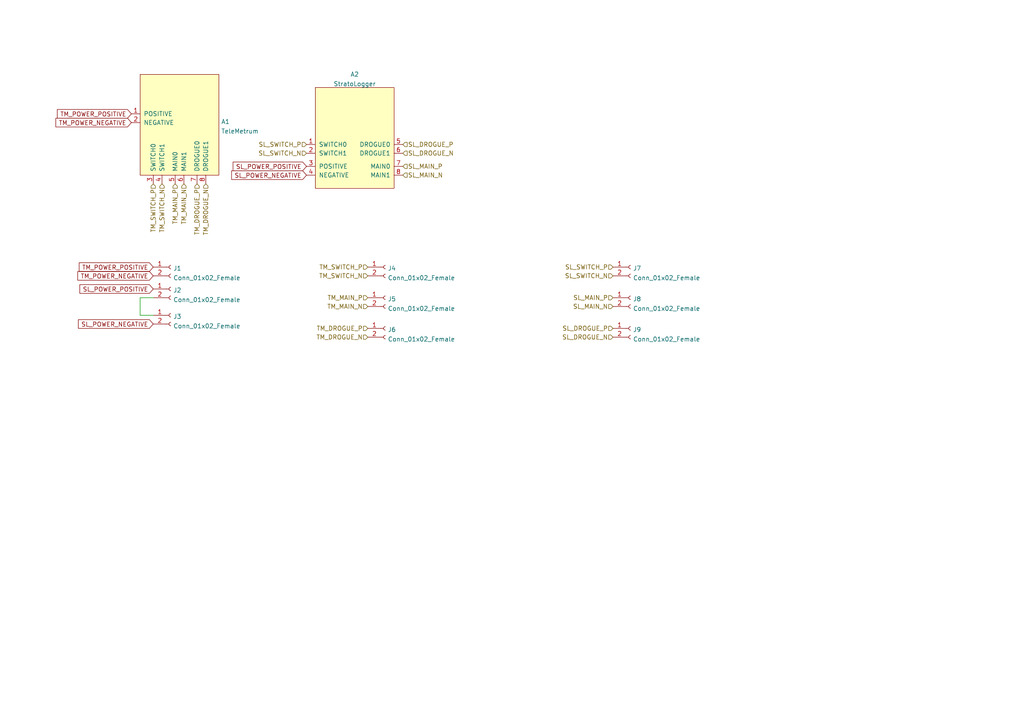
<source format=kicad_sch>
(kicad_sch (version 20211123) (generator eeschema)
  (paper "A4")
  (lib_symbols
    (symbol "COTS_Altimeters:StratoLogger" (pin_names (offset 1.016))
      (property "Reference" "A" (at 0 10.16 0))
      (property "Value" "StratoLogger" (at 0 7.62 0))
      (symbol "StratoLogger_0_1"
        (rectangle (start -11.43 5.08) (end 11.43 -24.13) (fill (type background)))
      )
      (symbol "StratoLogger_1_1"
        (pin bidirectional line (at -13.97 -11.43 0) (length 2.54) (name "SWITCH0") (number "1"))
        (pin bidirectional line (at -13.97 -13.97 0) (length 2.54) (name "SWITCH1") (number "2"))
        (pin input line (at -13.97 -17.78 0) (length 2.54) (name "POSITIVE") (number "3"))
        (pin input line (at -13.97 -20.32 0) (length 2.54) (name "NEGATIVE") (number "4"))
        (pin bidirectional line (at 13.97 -11.43 180) (length 2.54) (name "DROGUE0") (number "5"))
        (pin bidirectional line (at 13.97 -13.97 180) (length 2.54) (name "DROGUE1") (number "6"))
        (pin bidirectional line (at 13.97 -17.78 180) (length 2.54) (name "MAIN0") (number "7"))
        (pin bidirectional line (at 13.97 -20.32 180) (length 2.54) (name "MAIN1") (number "8"))
      )
    )
    (symbol "COTS_Altimeters:TeleMetrum" (pin_names (offset 1.016))
      (property "Reference" "A" (at 0 10.16 0))
      (property "Value" "TeleMetrum" (at 0 7.62 0))
      (symbol "TeleMetrum_1_1"
        (rectangle (start -11.43 5.08) (end 11.43 -24.13) (fill (type background)))
        (pin input line (at -13.97 -6.35 0) (length 2.54) (name "POSITIVE") (number "1"))
        (pin input line (at -13.97 -8.89 0) (length 2.54) (name "NEGATIVE") (number "2"))
        (pin bidirectional line (at -7.62 -26.67 90) (length 2.54) (name "SWITCH0") (number "3"))
        (pin bidirectional line (at -5.08 -26.67 90) (length 2.54) (name "SWITCH1") (number "4"))
        (pin bidirectional line (at -1.27 -26.67 90) (length 2.54) (name "MAIN0") (number "5"))
        (pin bidirectional line (at 1.27 -26.67 90) (length 2.54) (name "MAIN1") (number "6"))
        (pin bidirectional line (at 5.08 -26.67 90) (length 2.54) (name "DROGUE0") (number "7"))
        (pin bidirectional line (at 7.62 -26.67 90) (length 2.54) (name "DROGUE1") (number "8"))
      )
    )
    (symbol "Connector:Conn_01x02_Female" (pin_names (offset 1.016) hide)
      (property "Reference" "J" (at 0 2.54 0))
      (property "Value" "Conn_01x02_Female" (at 0 -5.08 0))
      (symbol "Conn_01x02_Female_1_1"
        (arc (start 0 -2.032) (mid -0.508 -2.54) (end 0 -3.048) (stroke (width 0.1524)))
        (polyline (pts (xy -1.27 -2.54) (xy -0.508 -2.54)) (stroke (width 0.1524)))
        (polyline (pts (xy -1.27 0) (xy -0.508 0)) (stroke (width 0.1524)))
        (arc (start 0 0.508) (mid -0.508 0) (end 0 -0.508) (stroke (width 0.1524)))
        (pin passive line (at -5.08 0 0) (length 3.81) (name "Pin_1") (number "1"))
        (pin passive line (at -5.08 -2.54 0) (length 3.81) (name "Pin_2") (number "2"))
      )
    )
  )
  (wire (pts (xy 40.64 86.36) (xy 40.64 91.44)))
  (wire (pts (xy 40.64 91.44) (xy 44.45 91.44)))
  (wire (pts (xy 44.45 86.36) (xy 40.64 86.36)))
  (global_label "TM_POWER_NEGATIVE" (shape input) (at 38.1 35.56 180) (property "Intersheet References" "${INTERSHEET_REFS}" (effects hide)))
  (global_label "SL_POWER_NEGATIVE" (shape input) (at 88.9 50.8 180) (property "Intersheet References" "${INTERSHEET_REFS}" (effects hide)))
  (global_label "TM_POWER_POSITIVE" (shape input) (at 44.45 77.47 180) (property "Intersheet References" "${INTERSHEET_REFS}" (effects hide)))
  (global_label "TM_POWER_NEGATIVE" (shape input) (at 44.45 80.01 180) (property "Intersheet References" "${INTERSHEET_REFS}" (effects hide)))
  (global_label "SL_POWER_POSITIVE" (shape input) (at 44.45 83.82 180) (property "Intersheet References" "${INTERSHEET_REFS}" (effects hide)))
  (global_label "SL_POWER_POSITIVE" (shape input) (at 88.9 48.26 180) (property "Intersheet References" "${INTERSHEET_REFS}" (effects hide)))
  (global_label "SL_POWER_NEGATIVE" (shape input) (at 44.45 93.98 180) (property "Intersheet References" "${INTERSHEET_REFS}" (effects hide)))
  (global_label "TM_POWER_POSITIVE" (shape input) (at 38.1 33.02 180) (property "Intersheet References" "${INTERSHEET_REFS}" (effects hide)))
  (hierarchical_label "TM_MAIN_P" (shape input) (at 106.68 86.36 180))
  (hierarchical_label "SL_MAIN_P" (shape input) (at 177.8 86.36 180))
  (hierarchical_label "SL_MAIN_N" (shape input) (at 177.8 88.9 180))
  (hierarchical_label "TM_MAIN_P" (shape input) (at 50.8 53.34 270))
  (hierarchical_label "SL_MAIN_N" (shape input) (at 116.84 50.8 0))
  (hierarchical_label "SL_MAIN_P" (shape input) (at 116.84 48.26 0))
  (hierarchical_label "TM_DROGUE_N" (shape input) (at 59.69 53.34 270))
  (hierarchical_label "SL_SWITCH_P" (shape input) (at 177.8 77.47 180))
  (hierarchical_label "TM_MAIN_N" (shape input) (at 53.34 53.34 270))
  (hierarchical_label "SL_DROGUE_N" (shape input) (at 177.8 97.79 180))
  (hierarchical_label "TM_DROGUE_N" (shape input) (at 106.68 97.79 180))
  (hierarchical_label "TM_SWITCH_P" (shape input) (at 44.45 53.34 270))
  (hierarchical_label "SL_SWITCH_P" (shape input) (at 88.9 41.91 180))
  (hierarchical_label "TM_SWITCH_P" (shape input) (at 106.68 77.47 180))
  (hierarchical_label "SL_SWITCH_N" (shape input) (at 177.8 80.01 180))
  (hierarchical_label "SL_DROGUE_N" (shape input) (at 116.84 44.45 0))
  (hierarchical_label "TM_DROGUE_P" (shape input) (at 57.15 53.34 270))
  (hierarchical_label "TM_SWITCH_N" (shape input) (at 46.99 53.34 270))
  (hierarchical_label "SL_DROGUE_P" (shape input) (at 177.8 95.25 180))
  (hierarchical_label "SL_DROGUE_P" (shape input) (at 116.84 41.91 0))
  (hierarchical_label "TM_SWITCH_N" (shape input) (at 106.68 80.01 180))
  (hierarchical_label "TM_DROGUE_P" (shape input) (at 106.68 95.25 180))
  (hierarchical_label "SL_SWITCH_N" (shape input) (at 88.9 44.45 180))
  (hierarchical_label "TM_MAIN_N" (shape input) (at 106.68 88.9 180))
  (symbol (lib_id "Connector:Conn_01x02_Female") (at 111.76 77.47 0) (unit 1)
    (property "Reference" "J4" (at 112.4712 77.8315 0) (effects (justify left)))
    (property "Value" "Conn_01x02_Female" (at 112.4712 80.6066 0) (effects (justify left)))
    (property "Footprint" "Connector_Molex:Molex_CLIK-Mate_502443-0270_1x02-1MP_P2.00mm_Vertical" (effects hide))
  )
  (symbol (lib_id "Connector:Conn_01x02_Female") (at 182.88 86.36 0) (unit 1)
    (property "Reference" "J8" (at 183.5912 86.7215 0) (effects (justify left)))
    (property "Value" "Conn_01x02_Female" (at 183.5912 89.4966 0) (effects (justify left)))
    (property "Footprint" "Connector_Molex:Molex_CLIK-Mate_502443-0270_1x02-1MP_P2.00mm_Vertical" (effects hide))
  )
  (symbol (lib_id "Connector:Conn_01x02_Female") (at 182.88 95.25 0) (unit 1)
    (property "Reference" "J9" (at 183.5912 95.6115 0) (effects (justify left)))
    (property "Value" "Conn_01x02_Female" (at 183.5912 98.3866 0) (effects (justify left)))
    (property "Footprint" "Connector_Molex:Molex_CLIK-Mate_502443-0270_1x02-1MP_P2.00mm_Vertical" (effects hide))
  )
  (symbol (lib_id "COTS_Altimeters:TeleMetrum") (at 52.07 26.67 0) (unit 1)
    (property "Reference" "A1" (at 64.135 35.2865 0) (effects (justify left)))
    (property "Value" "TeleMetrum" (at 64.135 38.0616 0) (effects (justify left)))
    (property "Footprint" "COTS_Altimeters:TeleMetrum" (effects hide))
  )
  (symbol (lib_id "Connector:Conn_01x02_Female") (at 111.76 86.36 0) (unit 1)
    (property "Reference" "J5" (at 112.4712 86.7215 0) (effects (justify left)))
    (property "Value" "Conn_01x02_Female" (at 112.4712 89.4966 0) (effects (justify left)))
    (property "Footprint" "Connector_Molex:Molex_CLIK-Mate_502443-0270_1x02-1MP_P2.00mm_Vertical" (effects hide))
  )
  (symbol (lib_id "Connector:Conn_01x02_Female") (at 182.88 77.47 0) (unit 1)
    (property "Reference" "J7" (at 183.5912 77.8315 0) (effects (justify left)))
    (property "Value" "Conn_01x02_Female" (at 183.5912 80.6066 0) (effects (justify left)))
    (property "Footprint" "Connector_Molex:Molex_CLIK-Mate_502443-0270_1x02-1MP_P2.00mm_Vertical" (effects hide))
  )
  (symbol (lib_id "Connector:Conn_01x02_Female") (at 49.53 91.44 0) (unit 1)
    (property "Reference" "J3" (at 50.2412 91.8015 0) (effects (justify left)))
    (property "Value" "Conn_01x02_Female" (at 50.2412 94.5766 0) (effects (justify left)))
    (property "Footprint" "Connector_JST:JST_PH_B2B-PH-K_1x02_P2.00mm_Vertical" (effects hide))
  )
  (symbol (lib_id "Connector:Conn_01x02_Female") (at 49.53 83.82 0) (unit 1)
    (property "Reference" "J2" (at 50.2412 84.1815 0) (effects (justify left)))
    (property "Value" "Conn_01x02_Female" (at 50.2412 86.9566 0) (effects (justify left)))
    (property "Footprint" "Connector_JST:JST_PH_B2B-PH-K_1x02_P2.00mm_Vertical" (effects hide))
  )
  (symbol (lib_id "Connector:Conn_01x02_Female") (at 49.53 77.47 0) (unit 1)
    (property "Reference" "J1" (at 50.2412 77.8315 0) (effects (justify left)))
    (property "Value" "Conn_01x02_Female" (at 50.2412 80.6066 0) (effects (justify left)))
    (property "Footprint" "Connector_JST:JST_PH_B2B-PH-K_1x02_P2.00mm_Vertical" (effects hide))
  )
  (symbol (lib_id "Connector:Conn_01x02_Female") (at 111.76 95.25 0) (unit 1)
    (property "Reference" "J6" (at 112.4712 95.6115 0) (effects (justify left)))
    (property "Value" "Conn_01x02_Female" (at 112.4712 98.3866 0) (effects (justify left)))
    (property "Footprint" "Connector_Molex:Molex_CLIK-Mate_502443-0270_1x02-1MP_P2.00mm_Vertical" (effects hide))
  )
  (symbol (lib_id "COTS_Altimeters:StratoLogger") (at 102.87 30.48 0) (unit 1)
    (property "Reference" "A2" (at 102.87 21.5605 0))
    (property "Value" "StratoLogger" (at 102.87 24.3356 0))
    (property "Footprint" "COTS_Altimeters:StratoLogger" (effects hide))
  )
)
</source>
